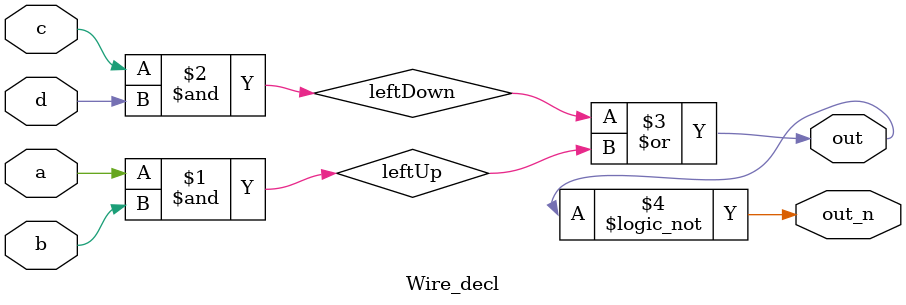
<source format=v>
`timescale 1ns / 1ps


module Wire_decl(
    input a,
    input b,
    input c,
    input d,
    output out,
    output out_n   ); 
    
    wire leftUp;
    wire leftDown;
    assign leftUp=a&b;
	assign leftDown=c&d;
	assign out=leftDown|leftUp;
	assign out_n=!out;
	

endmodule

</source>
